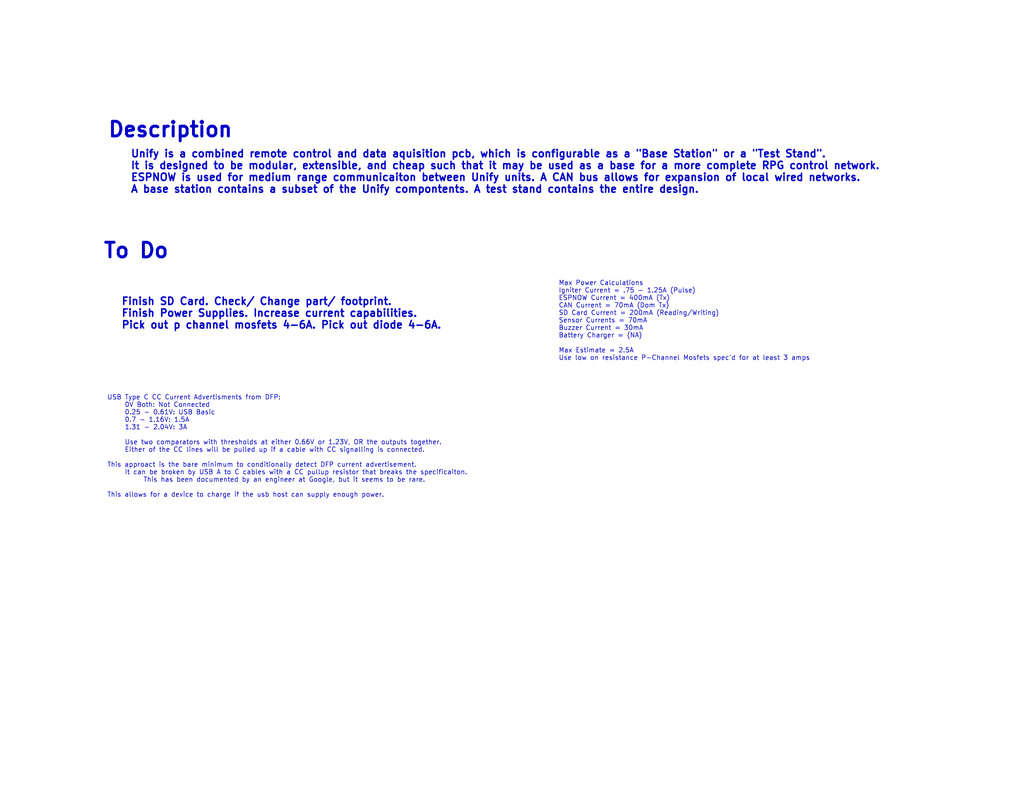
<source format=kicad_sch>
(kicad_sch
	(version 20231120)
	(generator "eeschema")
	(generator_version "8.0")
	(uuid "35aab1c6-15dd-4821-b557-6d0445af7467")
	(paper "A")
	(title_block
		(title "Unify")
		(date "2025-02-26")
		(rev "1")
		(company "Rocket Propulsion Group, UNL")
		(comment 1 "Jack Shaver")
	)
	(lib_symbols)
	(text "Max Power Calculations\nIgniter Current = .75 - 1.25A (Pulse)\nESPNOW Current = 400mA (Tx)\nCAN Current = 70mA (Dom Tx)\nSD Card Current = 200mA (Reading/Writing)\nSensor Currents = 70mA\nBuzzer Current = 30mA\nBattery Charger = (NA)\n\nMax Estimate = 2.5A\nUse low on resistance P-Channel Mosfets spec'd for at least 3 amps"
		(exclude_from_sim no)
		(at 152.4 87.63 0)
		(effects
			(font
				(size 1.27 1.27)
			)
			(justify left)
		)
		(uuid "3a317473-d044-470c-b6e4-8bc2733cd599")
	)
	(text "To Do"
		(exclude_from_sim no)
		(at 27.94 68.58 0)
		(effects
			(font
				(size 4 4)
				(bold yes)
			)
			(justify left)
		)
		(uuid "4d9fc35e-2055-42ed-9e0f-434c82eea857")
	)
	(text "Finish SD Card. Check/ Change part/ footprint. \nFinish Power Supplies. Increase current capabilities.\nPick out p channel mosfets 4-6A. Pick out diode 4-6A.\n	\n\n"
		(exclude_from_sim no)
		(at 33.02 88.9 0)
		(effects
			(font
				(size 2 2)
				(bold yes)
			)
			(justify left)
		)
		(uuid "7e0fca8a-c600-4e46-bd8e-69a9d9d80649")
	)
	(text "USB Type C CC Current Advertisments from DFP:\n	0V Both: Not Connected\n	0.25 - 0.61V: USB Basic\n	0.7 - 1.16V: 1.5A\n	1.31 - 2.04V: 3A\n\n	Use two comparators with thresholds at either 0.66V or 1.23V, OR the outputs together.\n	Either of the CC lines will be pulled up if a cable with CC signalling is connected.\n\nThis approact is the bare minimum to conditionally detect DFP current advertisement. \n	It can be broken by USB A to C cables with a CC pullup resistor that breaks the specificaiton.\n		This has been documented by an engineer at Google, but it seems to be rare.\n\nThis allows for a device to charge if the usb host can supply enough power.	"
		(exclude_from_sim no)
		(at 29.21 121.92 0)
		(effects
			(font
				(size 1.27 1.27)
			)
			(justify left)
		)
		(uuid "8e9c30ed-bc3b-4ca0-aa19-a0ea36b8091c")
	)
	(text "Unify is a combined remote control and data aquisition pcb, which is configurable as a \"Base Station\" or a \"Test Stand\".\nIt is designed to be modular, extensible, and cheap such that it may be used as a base for a more complete RPG control network.\nESPNOW is used for medium range communicaiton between Unify units. A CAN bus allows for expansion of local wired networks.\nA base station contains a subset of the Unify compontents. A test stand contains the entire design."
		(exclude_from_sim no)
		(at 35.56 46.99 0)
		(effects
			(font
				(size 2 2)
				(bold yes)
			)
			(justify left)
		)
		(uuid "90d7f914-c962-4c34-8ab3-942f72bcd894")
	)
	(text "Description"
		(exclude_from_sim no)
		(at 29.21 35.56 0)
		(effects
			(font
				(size 4 4)
				(bold yes)
			)
			(justify left)
		)
		(uuid "a74b4f39-3dc7-4792-b81a-c194bdfb43a4")
	)
)

</source>
